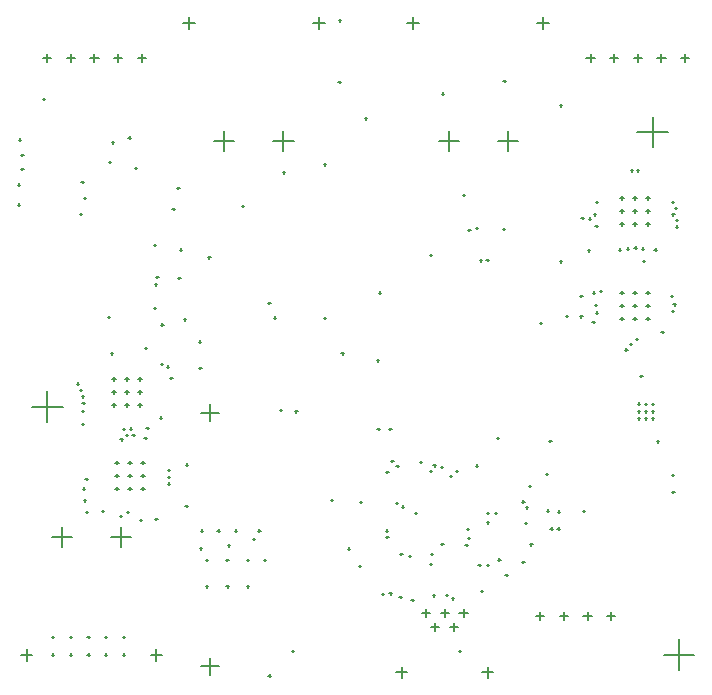
<source format=gbr>
%TF.GenerationSoftware,Altium Limited,Altium Designer,24.7.2 (38)*%
G04 Layer_Color=128*
%FSLAX45Y45*%
%MOMM*%
%TF.SameCoordinates,4E20714E-E0DB-4EF4-9D00-32C5CA98EF25*%
%TF.FilePolarity,Positive*%
%TF.FileFunction,Drillmap*%
%TF.Part,Single*%
G01*
G75*
%TA.AperFunction,NonConductor*%
%ADD85C,0.12700*%
D85*
X6535000Y2700000D02*
X6625000D01*
X6580000Y2655000D02*
Y2745000D01*
X5805000Y2700000D02*
X5895000D01*
X5850000Y2655000D02*
Y2745000D01*
X6020000Y3205000D02*
X6090000D01*
X6055000Y3170000D02*
Y3240000D01*
X6180000Y3205000D02*
X6250000D01*
X6215000Y3170000D02*
Y3240000D01*
X6100000Y3085000D02*
X6170000D01*
X6135000Y3050000D02*
Y3120000D01*
X6260000Y3085000D02*
X6330000D01*
X6295000Y3050000D02*
Y3120000D01*
X6340000Y3205000D02*
X6410000D01*
X6375000Y3170000D02*
Y3240000D01*
X7615003Y7899999D02*
X7685002D01*
X7650002Y7865000D02*
Y7934999D01*
X7815002Y7899999D02*
X7885002D01*
X7850002Y7865000D02*
Y7934999D01*
X8015002Y7899999D02*
X8085002D01*
X8050002Y7865000D02*
Y7934999D01*
X8215001Y7899999D02*
X8285001D01*
X8250001Y7865000D02*
Y7934999D01*
X7414998Y7899999D02*
X7484998D01*
X7449998Y7865000D02*
Y7934999D01*
X3015002Y7899999D02*
X3085001D01*
X3050002Y7865000D02*
Y7934999D01*
X3215001Y7899999D02*
X3285001D01*
X3250001Y7865000D02*
Y7934999D01*
X3415001Y7899999D02*
X3485001D01*
X3450001Y7865000D02*
Y7934999D01*
X3615000Y7899999D02*
X3685000D01*
X3650000Y7865000D02*
Y7934999D01*
X2815002Y7899999D02*
X2885002D01*
X2850002Y7865000D02*
Y7934999D01*
X7190000Y3175000D02*
X7259999D01*
X7225000Y3140000D02*
Y3210000D01*
X7389999Y3175000D02*
X7459999D01*
X7424999Y3140000D02*
Y3210000D01*
X7589999Y3175000D02*
X7659999D01*
X7624999Y3140000D02*
Y3210000D01*
X6990000Y3175000D02*
X7060000D01*
X7025000Y3140000D02*
Y3210000D01*
X4150001Y2750002D02*
X4300000D01*
X4225000Y2675002D02*
Y2825002D01*
X4150001Y4900000D02*
X4300000D01*
X4225000Y4825001D02*
Y4975000D01*
X3390000Y3850000D02*
X3559999D01*
X3474999Y3765000D02*
Y3935000D01*
X3724999Y2850002D02*
X3824999D01*
X3774999Y2800002D02*
Y2900002D01*
X2625001Y2850002D02*
X2725001D01*
X2675001Y2800002D02*
Y2900002D01*
X2890001Y3850000D02*
X3060000D01*
X2975000Y3765000D02*
Y3935000D01*
X6165000Y7200001D02*
X6335000D01*
X6250000Y7115001D02*
Y7285001D01*
X6664999Y7200001D02*
X6834999D01*
X6749999Y7115001D02*
Y7285001D01*
X5900001Y8199999D02*
X6000001D01*
X5950001Y8149999D02*
Y8249999D01*
X6999999Y8199999D02*
X7099998D01*
X7049999Y8149999D02*
Y8249999D01*
X4264999Y7200001D02*
X4434999D01*
X4349999Y7115001D02*
Y7285001D01*
X4764998Y7200001D02*
X4934998D01*
X4849998Y7115001D02*
Y7285001D01*
X4000000Y8199999D02*
X4099999D01*
X4050000Y8149999D02*
Y8249999D01*
X5100003Y8199999D02*
X5200002D01*
X5150002Y8149999D02*
Y8249999D01*
X5910000Y3685000D02*
X5930000D01*
X5920000Y3675000D02*
Y3695000D01*
X4722700Y2672700D02*
X4742700D01*
X4732700Y2662700D02*
Y2682700D01*
X3400000Y5185000D02*
X3430000D01*
X3415000Y5170000D02*
Y5200000D01*
X3510000Y5185000D02*
X3540000D01*
X3525000Y5170000D02*
Y5200000D01*
X3620000Y5185000D02*
X3650000D01*
X3635000Y5170000D02*
Y5200000D01*
X3400000Y5075000D02*
X3430000D01*
X3415000Y5060000D02*
Y5090000D01*
X3510000Y5075000D02*
X3540000D01*
X3525000Y5060000D02*
Y5090000D01*
X3620000Y5075000D02*
X3650000D01*
X3635000Y5060000D02*
Y5090000D01*
X3400000Y4965000D02*
X3430000D01*
X3415000Y4950000D02*
Y4980000D01*
X3510000Y4965000D02*
X3540000D01*
X3525000Y4950000D02*
Y4980000D01*
X3620000Y4965000D02*
X3650000D01*
X3635000Y4950000D02*
Y4980000D01*
X3645000Y4255000D02*
X3675000D01*
X3660000Y4240000D02*
Y4270000D01*
X3535000Y4255000D02*
X3565000D01*
X3550000Y4240000D02*
Y4270000D01*
X3425000Y4255000D02*
X3455000D01*
X3440000Y4240000D02*
Y4270000D01*
X3645000Y4365000D02*
X3675000D01*
X3660000Y4350000D02*
Y4380000D01*
X3535000Y4365000D02*
X3565000D01*
X3550000Y4350000D02*
Y4380000D01*
X3425000Y4365000D02*
X3455000D01*
X3440000Y4350000D02*
Y4380000D01*
X3645000Y4475000D02*
X3675000D01*
X3660000Y4460000D02*
Y4490000D01*
X3535000Y4475000D02*
X3565000D01*
X3550000Y4460000D02*
Y4490000D01*
X3425000Y4475000D02*
X3455000D01*
X3440000Y4460000D02*
Y4490000D01*
X7700000Y6715000D02*
X7730000D01*
X7715000Y6700000D02*
Y6730000D01*
X7810000Y6715000D02*
X7840000D01*
X7825000Y6700000D02*
Y6730000D01*
X7920000Y6715000D02*
X7950000D01*
X7935000Y6700000D02*
Y6730000D01*
X7700000Y6605000D02*
X7730000D01*
X7715000Y6590000D02*
Y6620000D01*
X7810000Y6605000D02*
X7840000D01*
X7825000Y6590000D02*
Y6620000D01*
X7920000Y6605000D02*
X7950000D01*
X7935000Y6590000D02*
Y6620000D01*
X7700000Y6495000D02*
X7730000D01*
X7715000Y6480000D02*
Y6510000D01*
X7810000Y6495000D02*
X7840000D01*
X7825000Y6480000D02*
Y6510000D01*
X7920000Y6495000D02*
X7950000D01*
X7935000Y6480000D02*
Y6510000D01*
X7920000Y5695000D02*
X7950000D01*
X7935000Y5680000D02*
Y5710000D01*
X7810000Y5695000D02*
X7840000D01*
X7825000Y5680000D02*
Y5710000D01*
X7700000Y5695000D02*
X7730000D01*
X7715000Y5680000D02*
Y5710000D01*
X7920000Y5805000D02*
X7950000D01*
X7935000Y5790000D02*
Y5820000D01*
X7810000Y5805000D02*
X7840000D01*
X7825000Y5790000D02*
Y5820000D01*
X7700000Y5805000D02*
X7730000D01*
X7715000Y5790000D02*
Y5820000D01*
X7920000Y5915000D02*
X7950000D01*
X7935000Y5900000D02*
Y5930000D01*
X7810000Y5915000D02*
X7840000D01*
X7825000Y5900000D02*
Y5930000D01*
X7700000Y5915000D02*
X7730000D01*
X7715000Y5900000D02*
Y5930000D01*
X5320000Y8220000D02*
X5340000D01*
X5330000Y8210000D02*
Y8230000D01*
X2600000Y6660000D02*
X2620000D01*
X2610000Y6650000D02*
Y6670000D01*
X3490000Y3000000D02*
X3510000D01*
X3500000Y2990000D02*
Y3010000D01*
X3340000Y3000000D02*
X3360000D01*
X3350000Y2990000D02*
Y3010000D01*
X3190000Y3000000D02*
X3210000D01*
X3200000Y2990000D02*
Y3010000D01*
X3040000Y3000000D02*
X3060000D01*
X3050000Y2990000D02*
Y3010000D01*
X2890000Y3000000D02*
X2910000D01*
X2900000Y2990000D02*
Y3010000D01*
X3490000Y2850000D02*
X3510000D01*
X3500000Y2840000D02*
Y2860000D01*
X3340000Y2850000D02*
X3360000D01*
X3350000Y2840000D02*
Y2860000D01*
X3190000Y2850000D02*
X3210000D01*
X3200000Y2840000D02*
Y2860000D01*
X3040000Y2850000D02*
X3060000D01*
X3050000Y2840000D02*
Y2860000D01*
X2890000Y2850000D02*
X2910000D01*
X2900000Y2840000D02*
Y2860000D01*
X6088875Y6231125D02*
X6108875D01*
X6098875Y6221125D02*
Y6241125D01*
X7790000Y6950000D02*
X7810000D01*
X7800000Y6940000D02*
Y6960000D01*
X7840000Y6950000D02*
X7860000D01*
X7850000Y6940000D02*
Y6960000D01*
X7190001Y7500000D02*
X7210001D01*
X7200001Y7490000D02*
Y7510000D01*
X8140941Y4225000D02*
X8160941D01*
X8150941Y4215000D02*
Y4235000D01*
X6480000Y4449999D02*
X6500000D01*
X6490000Y4439999D02*
Y4459999D01*
X6277737Y3326003D02*
X6297737D01*
X6287737Y3316003D02*
Y3336003D01*
X6116323Y3352000D02*
X6136322D01*
X6126323Y3342000D02*
Y3362000D01*
X6337257Y2879695D02*
X6357257D01*
X6347257Y2869695D02*
Y2889695D01*
X4950000Y4909998D02*
X4970000D01*
X4960000Y4899998D02*
Y4919998D01*
X4819998Y4920000D02*
X4839998D01*
X4829998Y4910000D02*
Y4930000D01*
X4499999Y6651099D02*
X4519999D01*
X4509999Y6641099D02*
Y6661099D01*
X3950002Y6800002D02*
X3970002D01*
X3960002Y6790002D02*
Y6810002D01*
X3394217Y7186477D02*
X3414217D01*
X3404217Y7176477D02*
Y7196477D01*
X3589998Y6969999D02*
X3609998D01*
X3599998Y6959999D02*
Y6979999D01*
X3369998Y7020001D02*
X3389998D01*
X3379998Y7010001D02*
Y7030001D01*
X3160001Y6716025D02*
X3180001D01*
X3170001Y6706025D02*
Y6726025D01*
X3127786Y6582025D02*
X3147786D01*
X3137786Y6572025D02*
Y6592025D01*
X3140000Y6850000D02*
X3160000D01*
X3150000Y6840000D02*
Y6860000D01*
X8050304Y5580858D02*
X8070304D01*
X8060304Y5570858D02*
Y5590857D01*
X8151655Y5815254D02*
X8171655D01*
X8161655Y5805254D02*
Y5825254D01*
X8135912Y5761512D02*
X8155912D01*
X8145912Y5751512D02*
Y5771512D01*
X8129238Y5889238D02*
X8149238D01*
X8139238Y5879238D02*
Y5899238D01*
X8139958Y6680088D02*
X8159958D01*
X8149958Y6670088D02*
Y6690088D01*
X8164645Y6629645D02*
X8184645D01*
X8174645Y6619645D02*
Y6639645D01*
X8142304Y6577700D02*
X8162304D01*
X8152304Y6567700D02*
Y6587700D01*
X8174416Y6530000D02*
X8194416D01*
X8184416Y6520000D02*
Y6540000D01*
X8174416Y6474000D02*
X8194416D01*
X8184416Y6464000D02*
Y6484000D01*
X6711511Y7705103D02*
X6731511D01*
X6721511Y7695103D02*
Y7715103D01*
X6190000Y7600000D02*
X6210000D01*
X6200000Y7590000D02*
Y7610000D01*
X5190000Y7000000D02*
X5210000D01*
X5200000Y6990000D02*
Y7010000D01*
X5190000Y5700000D02*
X5210000D01*
X5200000Y5690000D02*
Y5710000D01*
X5340000Y5400000D02*
X5360000D01*
X5350000Y5390000D02*
Y5410000D01*
X4290000Y3900000D02*
X4310000D01*
X4300000Y3890000D02*
Y3910000D01*
X4440000Y3900000D02*
X4460000D01*
X4450000Y3890000D02*
Y3910000D01*
X4380173Y3775400D02*
X4400173D01*
X4390173Y3765400D02*
Y3785400D01*
X4140000Y3750000D02*
X4160000D01*
X4150000Y3740000D02*
Y3760000D01*
X5805706Y4444999D02*
X5825706D01*
X5815706Y4435000D02*
Y4454999D01*
X5720001Y4395003D02*
X5740001D01*
X5730001Y4385003D02*
Y4405003D01*
X7100000Y4660000D02*
X7120000D01*
X7110000Y4650000D02*
Y4670000D01*
X6656796Y4682499D02*
X6676796D01*
X6666796Y4672499D02*
Y4692499D01*
X5645000Y4760438D02*
X5665000D01*
X5655000Y4750438D02*
Y4770437D01*
X5745000Y4760438D02*
X5765000D01*
X5755000Y4750438D02*
Y4770437D01*
X5761998Y4486997D02*
X5781998D01*
X5771998Y4476997D02*
Y4496997D01*
X6005000Y4482500D02*
X6025000D01*
X6015000Y4472500D02*
Y4492500D01*
X6307500Y4402500D02*
X6327500D01*
X6317500Y4392500D02*
Y4412500D01*
X6256251Y4363750D02*
X6276251D01*
X6266251Y4353750D02*
Y4373750D01*
X6179790Y4440498D02*
X6199790D01*
X6189790Y4430498D02*
Y4450498D01*
X6119850Y4452997D02*
X6139850D01*
X6129850Y4442997D02*
Y4462997D01*
X6090500Y4405305D02*
X6110500D01*
X6100500Y4395305D02*
Y4415305D01*
X5837939Y3699998D02*
X5857938D01*
X5847939Y3689998D02*
Y3709998D01*
X5489999Y3599998D02*
X5509999D01*
X5499999Y3589998D02*
Y3609998D01*
X5397500Y3747500D02*
X5417500D01*
X5407500Y3737500D02*
Y3757500D01*
X3677072Y5447502D02*
X3697072D01*
X3687072Y5437502D02*
Y5457502D01*
X3815001Y5644998D02*
X3835001D01*
X3825001Y5634998D02*
Y5654998D01*
X4008620Y5688620D02*
X4028620D01*
X4018620Y5678620D02*
Y5698620D01*
X4132501Y5499999D02*
X4152501D01*
X4142501Y5489999D02*
Y5509999D01*
X4137147Y5275354D02*
X4157147D01*
X4147147Y5265354D02*
Y5285354D01*
X4020701Y4459300D02*
X4040701D01*
X4030701Y4449300D02*
Y4469300D01*
X3870002Y4410998D02*
X3890002D01*
X3880002Y4400998D02*
Y4420998D01*
X3870002Y4354998D02*
X3890002D01*
X3880002Y4344998D02*
Y4364998D01*
X3870002Y4298998D02*
X3890002D01*
X3880002Y4288998D02*
Y4308998D01*
X3173489Y4337699D02*
X3193489D01*
X3183489Y4327699D02*
Y4347699D01*
X3152786Y4255869D02*
X3172786D01*
X3162786Y4245869D02*
Y4265869D01*
X3177500Y4057500D02*
X3197500D01*
X3187500Y4047500D02*
Y4067500D01*
X3157607Y4155590D02*
X3177607D01*
X3167607Y4145590D02*
Y4165590D01*
X3521814Y4058666D02*
X3541814D01*
X3531814Y4048666D02*
Y4068666D01*
X3464999Y4024499D02*
X3484999D01*
X3474999Y4014499D02*
Y4034499D01*
X3313559Y4066140D02*
X3333559D01*
X3323559Y4056140D02*
Y4076140D01*
X3635000Y3987500D02*
X3655000D01*
X3645000Y3977500D02*
Y3997500D01*
X3764999Y4000002D02*
X3784999D01*
X3774999Y3990002D02*
Y4010002D01*
X4020000Y4109999D02*
X4040000D01*
X4030000Y4099999D02*
Y4119999D01*
X4152500Y3900000D02*
X4172500D01*
X4162500Y3890000D02*
Y3910000D01*
X4635701Y3900000D02*
X4655701D01*
X4645701Y3890000D02*
Y3910000D01*
X4591655Y3831455D02*
X4611654D01*
X4601654Y3821455D02*
Y3841455D01*
X4682515Y3652339D02*
X4702515D01*
X4692515Y3642339D02*
Y3662339D01*
X4540016Y3649839D02*
X4560016D01*
X4550016Y3639839D02*
Y3659839D01*
X4190015Y3649839D02*
X4210015D01*
X4200015Y3639839D02*
Y3659839D01*
X4190015Y3427339D02*
X4210015D01*
X4200015Y3417339D02*
Y3437339D01*
X4540016Y3427339D02*
X4560016D01*
X4550016Y3417339D02*
Y3437339D01*
X4367119Y3427124D02*
X4387119D01*
X4377119Y3417124D02*
Y3437124D01*
X4364998Y3650000D02*
X4384998D01*
X4374998Y3640000D02*
Y3660000D01*
X5249248Y4159245D02*
X5269248D01*
X5259248Y4149245D02*
Y4169245D01*
X5494998Y4145001D02*
X5514998D01*
X5504998Y4135001D02*
Y4155001D01*
X5800001Y4135623D02*
X5820001D01*
X5810001Y4125623D02*
Y4145623D01*
X5850000Y4103802D02*
X5870000D01*
X5860000Y4093802D02*
Y4113802D01*
X5720001Y3843872D02*
X5740001D01*
X5730001Y3833872D02*
Y3853872D01*
X5717151Y3899799D02*
X5737151D01*
X5727151Y3889799D02*
Y3909799D01*
X6639647Y4049647D02*
X6659647D01*
X6649647Y4039647D02*
Y4059647D01*
X6570002Y4050000D02*
X6590002D01*
X6580002Y4040000D02*
Y4059999D01*
X6570002Y3970000D02*
X6590002D01*
X6580002Y3960000D02*
Y3980000D01*
X6668402Y3654999D02*
X6688402D01*
X6678402Y3644999D02*
Y3664999D01*
X6500000Y3606711D02*
X6520000D01*
X6510000Y3596711D02*
Y3616711D01*
X6404511Y3915491D02*
X6424511D01*
X6414511Y3905491D02*
Y3925491D01*
X6410002Y3840002D02*
X6430002D01*
X6420002Y3830002D02*
Y3850002D01*
X5962161Y4051457D02*
X5982161D01*
X5972161Y4041457D02*
Y4061457D01*
X6390002Y3780003D02*
X6410002D01*
X6400002Y3770003D02*
Y3790003D01*
X6186360Y3786363D02*
X6206360D01*
X6196360Y3776363D02*
Y3796363D01*
X6100000Y3700000D02*
X6120000D01*
X6110000Y3690000D02*
Y3710000D01*
X6089998Y3618000D02*
X6109998D01*
X6099998Y3608000D02*
Y3628000D01*
X6520000Y3389504D02*
X6540000D01*
X6530000Y3379504D02*
Y3399503D01*
X6226803Y3355616D02*
X6246803D01*
X6236803Y3345616D02*
Y3365616D01*
X5684002Y3362938D02*
X5704002D01*
X5694002Y3352938D02*
Y3372938D01*
X5747500Y3368454D02*
X5767500D01*
X5757500Y3358454D02*
Y3378453D01*
X5831574Y3339897D02*
X5851574D01*
X5841574Y3329897D02*
Y3349897D01*
X5933000Y3310349D02*
X5953000D01*
X5943000Y3300349D02*
Y3320349D01*
X6570002Y3609498D02*
X6590002D01*
X6580002Y3599498D02*
Y3619498D01*
X6728891Y3525095D02*
X6748891D01*
X6738891Y3515095D02*
Y3535095D01*
X6871881Y3631880D02*
X6891881D01*
X6881881Y3621880D02*
Y3641880D01*
X6939999Y3783001D02*
X6959999D01*
X6949999Y3773001D02*
Y3793001D01*
X7385429Y4065325D02*
X7405429D01*
X7395429Y4055325D02*
Y4075325D01*
X7170001Y3917001D02*
X7190001D01*
X7180001Y3907001D02*
Y3927001D01*
X7110208Y3917001D02*
X7130208D01*
X7120208Y3907001D02*
Y3927001D01*
X7172561Y4062002D02*
X7192561D01*
X7182561Y4052002D02*
Y4072002D01*
X7080877Y4070115D02*
X7100877D01*
X7090877Y4060115D02*
Y4080115D01*
X6900000Y4096115D02*
X6920000D01*
X6910000Y4086115D02*
Y4106115D01*
X6895732Y3962116D02*
X6915732D01*
X6905732Y3952116D02*
Y3972115D01*
X6871298Y4145827D02*
X6891298D01*
X6881298Y4135827D02*
Y4155827D01*
X6929512Y4280488D02*
X6949512D01*
X6939512Y4270488D02*
Y4290488D01*
X7070001Y4381001D02*
X7090001D01*
X7080001Y4371001D02*
Y4391001D01*
X8140000Y4370000D02*
X8160000D01*
X8150000Y4360000D02*
Y4380000D01*
X8010000Y4655002D02*
X8030000D01*
X8020000Y4645002D02*
Y4665002D01*
X7850000Y4850000D02*
X7870000D01*
X7860000Y4840000D02*
Y4860000D01*
X7909999Y4849998D02*
X7929999D01*
X7919999Y4839998D02*
Y4859998D01*
X7969999Y4849998D02*
X7989999D01*
X7979999Y4839998D02*
Y4859998D01*
X7969999Y4909998D02*
X7989999D01*
X7979999Y4899998D02*
Y4919998D01*
X7910000Y4910000D02*
X7930000D01*
X7920000Y4900000D02*
Y4920000D01*
X7850000Y4975000D02*
X7870000D01*
X7860000Y4965000D02*
Y4985000D01*
X7910000Y4970000D02*
X7930000D01*
X7920000Y4960000D02*
Y4980000D01*
X7850000Y4909998D02*
X7870000D01*
X7860000Y4899998D02*
Y4919998D01*
X7970000Y4970000D02*
X7990000D01*
X7980000Y4960000D02*
Y4980000D01*
X7743566Y5433001D02*
X7763566D01*
X7753566Y5423001D02*
Y5443001D01*
X7781182Y5479502D02*
X7801182D01*
X7791182Y5469502D02*
Y5489502D01*
X7834862Y5522124D02*
X7854862D01*
X7844862Y5512124D02*
Y5532124D01*
X7240843Y5715345D02*
X7260843D01*
X7250843Y5705345D02*
Y5725345D01*
X7361918Y5713535D02*
X7381918D01*
X7371918Y5703535D02*
Y5723535D01*
X7022500Y5660000D02*
X7042500D01*
X7032500Y5650000D02*
Y5670000D01*
X7190000Y6180000D02*
X7210000D01*
X7200000Y6170000D02*
Y6190000D01*
X7362498Y5885502D02*
X7382498D01*
X7372498Y5875502D02*
Y5895502D01*
X7466206Y5665087D02*
X7486206D01*
X7476206Y5655087D02*
Y5675087D01*
X7492328Y5746055D02*
X7512328D01*
X7502328Y5736055D02*
Y5756055D01*
X7484498Y5811322D02*
X7504498D01*
X7494498Y5801322D02*
Y5821322D01*
X7526099Y5930498D02*
X7546099D01*
X7536099Y5920498D02*
Y5940498D01*
X7470502Y5916158D02*
X7490502D01*
X7480502Y5906158D02*
Y5926158D01*
X7893052Y6185550D02*
X7913051D01*
X7903052Y6175550D02*
Y6195550D01*
X7989999Y6279998D02*
X8009999D01*
X7999999Y6269998D02*
Y6289998D01*
X7882000Y6288002D02*
X7902000D01*
X7892000Y6278002D02*
Y6298002D01*
X7821444Y6297113D02*
X7841444D01*
X7831444Y6287113D02*
Y6307113D01*
X7757504Y6288002D02*
X7777504D01*
X7767504Y6278002D02*
Y6298002D01*
X7690502Y6279998D02*
X7710502D01*
X7700502Y6269998D02*
Y6289998D01*
X7424500Y6271941D02*
X7444499D01*
X7434499Y6261941D02*
Y6281941D01*
X7436014Y6541270D02*
X7456014D01*
X7446014Y6531270D02*
Y6551270D01*
X7478715Y6577500D02*
X7498715D01*
X7488715Y6567500D02*
Y6587500D01*
X7491000Y6477500D02*
X7511000D01*
X7501000Y6467500D02*
Y6487500D01*
X7494844Y6683136D02*
X7514844D01*
X7504844Y6673136D02*
Y6693136D01*
X7371893Y6545362D02*
X7391893D01*
X7381893Y6535362D02*
Y6555362D01*
X6369500Y6740500D02*
X6389500D01*
X6379500Y6730500D02*
Y6750500D01*
X6414453Y6444452D02*
X6434452D01*
X6424452Y6434452D02*
Y6454452D01*
X6704520Y6454521D02*
X6724520D01*
X6714520Y6444521D02*
Y6464521D01*
X6480000Y6462500D02*
X6500000D01*
X6490000Y6452500D02*
Y6472500D01*
X6568584Y6193925D02*
X6588584D01*
X6578584Y6183925D02*
Y6203925D01*
X6512829Y6188692D02*
X6532829D01*
X6522829Y6178692D02*
Y6198692D01*
X5655998Y5915294D02*
X5675998D01*
X5665998Y5905294D02*
Y5925294D01*
X5639499Y5340502D02*
X5659499D01*
X5649499Y5330502D02*
Y5350502D01*
X4768469Y5703534D02*
X4788469D01*
X4778469Y5693534D02*
Y5713534D01*
X4720501Y5825002D02*
X4740501D01*
X4730501Y5815002D02*
Y5835002D01*
X4841946Y6933055D02*
X4861946D01*
X4851946Y6923055D02*
Y6943055D01*
X5314943Y7700499D02*
X5334943D01*
X5324943Y7690499D02*
Y7710499D01*
X2813748Y7553752D02*
X2833748D01*
X2823748Y7543752D02*
Y7563752D01*
X2600002Y6829999D02*
X2620002D01*
X2610002Y6819999D02*
Y6839999D01*
X2628999Y6960058D02*
X2648999D01*
X2638999Y6950058D02*
Y6970058D01*
X2628999Y7082500D02*
X2648999D01*
X2638999Y7072500D02*
Y7092500D01*
X2608196Y7210999D02*
X2628196D01*
X2618196Y7200999D02*
Y7220999D01*
X3537500Y7227500D02*
X3557500D01*
X3547500Y7217500D02*
Y7237500D01*
X3754047Y6318535D02*
X3774047D01*
X3764047Y6308536D02*
Y6328535D01*
X3910000Y6625000D02*
X3930000D01*
X3920000Y6615000D02*
Y6635000D01*
X4213639Y6213638D02*
X4233639D01*
X4223639Y6203638D02*
Y6223638D01*
X3958323Y6038322D02*
X3978323D01*
X3968323Y6028322D02*
Y6048322D01*
X3974097Y6280196D02*
X3994097D01*
X3984097Y6270196D02*
Y6290196D01*
X3772998Y6050001D02*
X3792998D01*
X3782998Y6040001D02*
Y6060001D01*
X3763221Y5985146D02*
X3783221D01*
X3773221Y5975146D02*
Y5995145D01*
X3752888Y5786613D02*
X3772888D01*
X3762888Y5776613D02*
Y5796612D01*
X3360355Y5709647D02*
X3380355D01*
X3370355Y5699647D02*
Y5719647D01*
X3387500Y5400000D02*
X3407500D01*
X3397500Y5390000D02*
Y5410000D01*
X3860884Y5289118D02*
X3880884D01*
X3870884Y5279118D02*
Y5299118D01*
X3809078Y5310382D02*
X3829078D01*
X3819078Y5300382D02*
Y5320382D01*
X3890604Y5190106D02*
X3910604D01*
X3900604Y5180106D02*
Y5200106D01*
X3805568Y4856668D02*
X3825568D01*
X3815568Y4846668D02*
Y4866668D01*
X3690115Y4766875D02*
X3710115D01*
X3700115Y4756875D02*
Y4776875D01*
X3672480Y4684881D02*
X3692480D01*
X3682480Y4674881D02*
Y4694881D01*
X3515002Y4708000D02*
X3535002D01*
X3525002Y4698000D02*
Y4718000D01*
X3571002Y4708000D02*
X3591002D01*
X3581002Y4698000D02*
Y4718000D01*
X3468985Y4671883D02*
X3488985D01*
X3478985Y4661883D02*
Y4681883D01*
X3491040Y4760441D02*
X3511040D01*
X3501040Y4750441D02*
Y4770441D01*
X3548764Y4763844D02*
X3568764D01*
X3558764Y4753844D02*
Y4773844D01*
X3143020Y4805520D02*
X3163020D01*
X3153020Y4795520D02*
Y4815520D01*
X3143020Y4911132D02*
X3163020D01*
X3153020Y4901132D02*
Y4921132D01*
X3148092Y4980241D02*
X3168092D01*
X3158092Y4970241D02*
Y4990241D01*
X3141178Y5035812D02*
X3161178D01*
X3151178Y5025812D02*
Y5045812D01*
X3126024Y5089723D02*
X3146024D01*
X3136024Y5079723D02*
Y5099723D01*
X3100000Y5145000D02*
X3120000D01*
X3110000Y5135000D02*
Y5155000D01*
X7870000Y5210002D02*
X7889999D01*
X7879999Y5200002D02*
Y5220002D01*
X4919998Y2879999D02*
X4939998D01*
X4929998Y2869999D02*
Y2889999D01*
X5540002Y7389998D02*
X5560002D01*
X5550002Y7379998D02*
Y7399998D01*
X2720002Y4949998D02*
X2980002D01*
X2850002Y4819998D02*
Y5079998D01*
X8069999Y2850002D02*
X8329999D01*
X8199999Y2720002D02*
Y2980002D01*
X7845001Y7275002D02*
X8105001D01*
X7975001Y7145002D02*
Y7405002D01*
%TF.MD5,e3f3909a2350486bc16d43cad7679540*%
M02*

</source>
